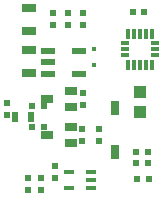
<source format=gtp>
G04*
G04 #@! TF.GenerationSoftware,Altium Limited,Altium Designer,21.1.0 (24)*
G04*
G04 Layer_Color=8421504*
%FSAX25Y25*%
%MOIN*%
G70*
G04*
G04 #@! TF.SameCoordinates,64B46316-5E79-497B-94DE-3B570569772B*
G04*
G04*
G04 #@! TF.FilePolarity,Positive*
G04*
G01*
G75*
%ADD16R,0.03937X0.02756*%
%ADD17R,0.02362X0.01968*%
%ADD18R,0.02362X0.03543*%
%ADD19R,0.01968X0.02362*%
%ADD20R,0.05118X0.02756*%
%ADD21R,0.03150X0.01181*%
%ADD22R,0.01181X0.03642*%
%ADD23R,0.04803X0.02441*%
%ADD24R,0.01575X0.01575*%
%ADD25R,0.03622X0.01575*%
%ADD26R,0.03937X0.04331*%
%ADD27R,0.02756X0.04724*%
D16*
X0026035Y-0011059D02*
D03*
Y-0005941D02*
D03*
X0017965Y-0008500D02*
D03*
X0026035Y0000941D02*
D03*
Y0006059D02*
D03*
X0017965Y0003500D02*
D03*
D17*
X0020500Y-0022968D02*
D03*
Y-0019031D02*
D03*
X0029500Y-0006632D02*
D03*
Y-0010569D02*
D03*
X0030000Y0005469D02*
D03*
Y0001531D02*
D03*
X0004800Y0001969D02*
D03*
Y-0001969D02*
D03*
X0030000Y0031969D02*
D03*
Y0028032D02*
D03*
X0025000Y0028032D02*
D03*
Y0031969D02*
D03*
X0020000Y0031969D02*
D03*
Y0028032D02*
D03*
X0011500Y-0023031D02*
D03*
Y-0026969D02*
D03*
X0035300Y-0010569D02*
D03*
Y-0006632D02*
D03*
X0016000Y-0023031D02*
D03*
Y-0026969D02*
D03*
D18*
X0012756Y-0002500D02*
D03*
X0007244D02*
D03*
D19*
X0013032Y0001000D02*
D03*
X0016969D02*
D03*
X0013032Y-0006000D02*
D03*
X0016969D02*
D03*
X0051569Y-0018000D02*
D03*
X0047631D02*
D03*
X0046532Y0032500D02*
D03*
X0050468D02*
D03*
X0051569Y-0014100D02*
D03*
X0047631D02*
D03*
X0048031Y-0023300D02*
D03*
X0051968D02*
D03*
D20*
X0012000Y0012260D02*
D03*
Y0019740D02*
D03*
Y0033740D02*
D03*
Y0026260D02*
D03*
D21*
X0054020Y0021969D02*
D03*
Y0020000D02*
D03*
Y0018032D02*
D03*
X0043980D02*
D03*
Y0020000D02*
D03*
Y0021969D02*
D03*
D22*
X0052937Y0014882D02*
D03*
X0050968D02*
D03*
X0049000D02*
D03*
X0047032D02*
D03*
X0045063D02*
D03*
Y0025118D02*
D03*
X0047032D02*
D03*
X0049000D02*
D03*
X0050968D02*
D03*
X0052937D02*
D03*
D23*
X0028558Y0019440D02*
D03*
Y0011960D02*
D03*
X0018243D02*
D03*
Y0015700D02*
D03*
Y0019440D02*
D03*
D24*
X0033500Y0014744D02*
D03*
Y0020256D02*
D03*
D25*
X0032740Y-0026059D02*
D03*
Y-0023500D02*
D03*
Y-0020941D02*
D03*
X0025260D02*
D03*
Y-0026059D02*
D03*
D26*
X0049100Y-0000846D02*
D03*
Y0005846D02*
D03*
D27*
X0040700Y-0014084D02*
D03*
Y0000483D02*
D03*
M02*

</source>
